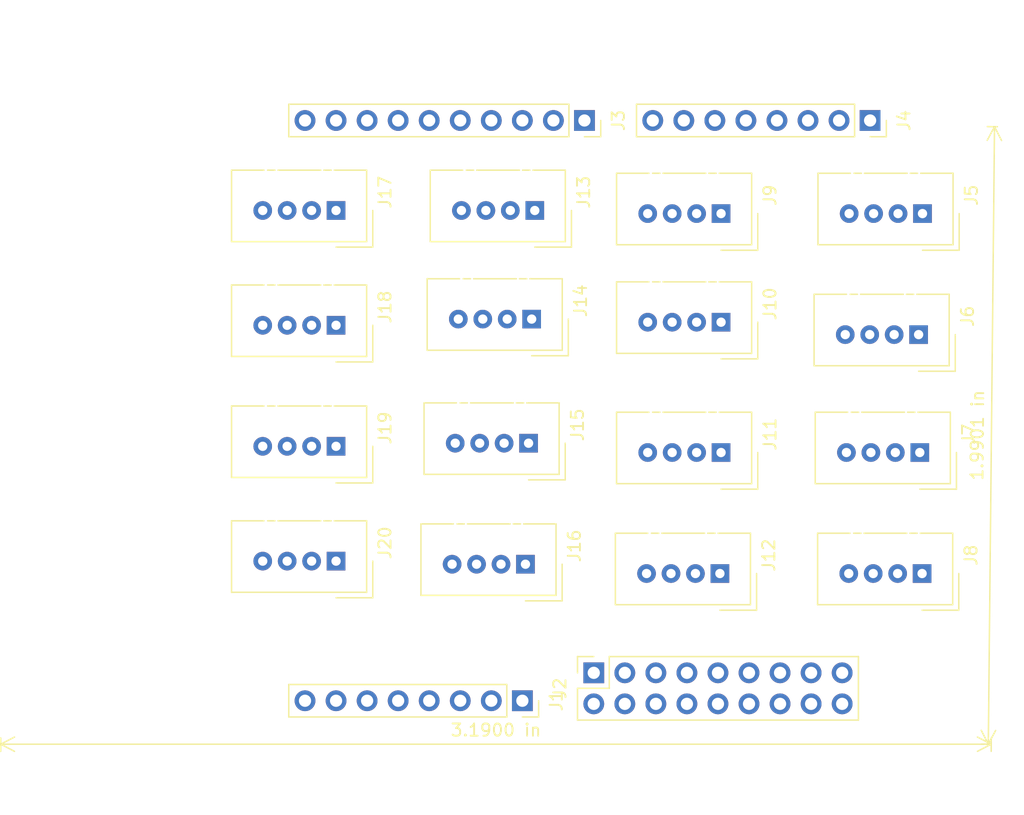
<source format=kicad_pcb>
(kicad_pcb (version 20171130) (host pcbnew "(5.1.4)-1")

  (general
    (thickness 1.6)
    (drawings 2)
    (tracks 0)
    (zones 0)
    (modules 20)
    (nets 41)
  )

  (page A4)
  (layers
    (0 F.Cu signal)
    (31 B.Cu signal)
    (32 B.Adhes user)
    (33 F.Adhes user)
    (34 B.Paste user)
    (35 F.Paste user)
    (36 B.SilkS user)
    (37 F.SilkS user)
    (38 B.Mask user)
    (39 F.Mask user)
    (40 Dwgs.User user)
    (41 Cmts.User user)
    (42 Eco1.User user)
    (43 Eco2.User user)
    (44 Edge.Cuts user)
    (45 Margin user)
    (46 B.CrtYd user)
    (47 F.CrtYd user)
    (48 B.Fab user)
    (49 F.Fab user)
  )

  (setup
    (last_trace_width 0.25)
    (trace_clearance 0.2)
    (zone_clearance 0.508)
    (zone_45_only no)
    (trace_min 0.2)
    (via_size 0.8)
    (via_drill 0.4)
    (via_min_size 0.4)
    (via_min_drill 0.3)
    (uvia_size 0.3)
    (uvia_drill 0.1)
    (uvias_allowed no)
    (uvia_min_size 0.2)
    (uvia_min_drill 0.1)
    (edge_width 0.05)
    (segment_width 0.2)
    (pcb_text_width 0.3)
    (pcb_text_size 1.5 1.5)
    (mod_edge_width 0.12)
    (mod_text_size 1 1)
    (mod_text_width 0.15)
    (pad_size 1.524 1.524)
    (pad_drill 0.762)
    (pad_to_mask_clearance 0.051)
    (solder_mask_min_width 0.25)
    (aux_axis_origin 0 0)
    (visible_elements 7FFFFFFF)
    (pcbplotparams
      (layerselection 0x010fc_ffffffff)
      (usegerberextensions false)
      (usegerberattributes false)
      (usegerberadvancedattributes false)
      (creategerberjobfile false)
      (excludeedgelayer true)
      (linewidth 0.100000)
      (plotframeref false)
      (viasonmask false)
      (mode 1)
      (useauxorigin false)
      (hpglpennumber 1)
      (hpglpenspeed 20)
      (hpglpendiameter 15.000000)
      (psnegative false)
      (psa4output false)
      (plotreference true)
      (plotvalue true)
      (plotinvisibletext false)
      (padsonsilk false)
      (subtractmaskfromsilk false)
      (outputformat 1)
      (mirror false)
      (drillshape 1)
      (scaleselection 1)
      (outputdirectory ""))
  )

  (net 0 "")
  (net 1 VIN)
  (net 2 GND)
  (net 3 V5.0)
  (net 4 V3.3)
  (net 5 RESET)
  (net 6 P4.VDD)
  (net 7 P1.1)
  (net 8 "Net-(J1-Pad8)")
  (net 9 A0)
  (net 10 P0.2)
  (net 11 A1)
  (net 12 P0.3)
  (net 13 A2)
  (net 14 A3)
  (net 15 P1.5)
  (net 16 A4)
  (net 17 P1.4)
  (net 18 A5)
  (net 19 P1.3)
  (net 20 P0.0)
  (net 21 P0.1)
  (net 22 P1.2)
  (net 23 P1.0)
  (net 24 D8)
  (net 25 D9)
  (net 26 D10)
  (net 27 D11)
  (net 28 D12)
  (net 29 D13)
  (net 30 AREF)
  (net 31 SDA)
  (net 32 SCL)
  (net 33 D0)
  (net 34 D1)
  (net 35 D2)
  (net 36 D3)
  (net 37 D4)
  (net 38 D5)
  (net 39 D6)
  (net 40 D7)

  (net_class Default "Esta es la clase de red por defecto."
    (clearance 0.2)
    (trace_width 0.25)
    (via_dia 0.8)
    (via_drill 0.4)
    (uvia_dia 0.3)
    (uvia_drill 0.1)
    (add_net A0)
    (add_net A1)
    (add_net A2)
    (add_net A3)
    (add_net A4)
    (add_net A5)
    (add_net AREF)
    (add_net D0)
    (add_net D1)
    (add_net D10)
    (add_net D11)
    (add_net D12)
    (add_net D13)
    (add_net D2)
    (add_net D3)
    (add_net D4)
    (add_net D5)
    (add_net D6)
    (add_net D7)
    (add_net D8)
    (add_net D9)
    (add_net GND)
    (add_net "Net-(J1-Pad8)")
    (add_net P0.0)
    (add_net P0.1)
    (add_net P0.2)
    (add_net P0.3)
    (add_net P1.0)
    (add_net P1.1)
    (add_net P1.2)
    (add_net P1.3)
    (add_net P1.4)
    (add_net P1.5)
    (add_net P4.VDD)
    (add_net RESET)
    (add_net SCL)
    (add_net SDA)
    (add_net V3.3)
    (add_net V5.0)
    (add_net VIN)
  )

  (module Connector_PinSocket_2.54mm:PinSocket_1x08_P2.54mm_Vertical (layer F.Cu) (tedit 5A19A420) (tstamp 5F1E5B73)
    (at 159.258 141.732 270)
    (descr "Through hole straight socket strip, 1x08, 2.54mm pitch, single row (from Kicad 4.0.7), script generated")
    (tags "Through hole socket strip THT 1x08 2.54mm single row")
    (path /5F1E3271)
    (fp_text reference J1 (at 0 -2.77 90) (layer F.SilkS)
      (effects (font (size 1 1) (thickness 0.15)))
    )
    (fp_text value Connector_Grove_J1_1X8 (at 0 20.55 90) (layer F.Fab)
      (effects (font (size 1 1) (thickness 0.15)))
    )
    (fp_text user %R (at 0 8.89) (layer F.Fab)
      (effects (font (size 1 1) (thickness 0.15)))
    )
    (fp_line (start -1.8 19.55) (end -1.8 -1.8) (layer F.CrtYd) (width 0.05))
    (fp_line (start 1.75 19.55) (end -1.8 19.55) (layer F.CrtYd) (width 0.05))
    (fp_line (start 1.75 -1.8) (end 1.75 19.55) (layer F.CrtYd) (width 0.05))
    (fp_line (start -1.8 -1.8) (end 1.75 -1.8) (layer F.CrtYd) (width 0.05))
    (fp_line (start 0 -1.33) (end 1.33 -1.33) (layer F.SilkS) (width 0.12))
    (fp_line (start 1.33 -1.33) (end 1.33 0) (layer F.SilkS) (width 0.12))
    (fp_line (start 1.33 1.27) (end 1.33 19.11) (layer F.SilkS) (width 0.12))
    (fp_line (start -1.33 19.11) (end 1.33 19.11) (layer F.SilkS) (width 0.12))
    (fp_line (start -1.33 1.27) (end -1.33 19.11) (layer F.SilkS) (width 0.12))
    (fp_line (start -1.33 1.27) (end 1.33 1.27) (layer F.SilkS) (width 0.12))
    (fp_line (start -1.27 19.05) (end -1.27 -1.27) (layer F.Fab) (width 0.1))
    (fp_line (start 1.27 19.05) (end -1.27 19.05) (layer F.Fab) (width 0.1))
    (fp_line (start 1.27 -0.635) (end 1.27 19.05) (layer F.Fab) (width 0.1))
    (fp_line (start 0.635 -1.27) (end 1.27 -0.635) (layer F.Fab) (width 0.1))
    (fp_line (start -1.27 -1.27) (end 0.635 -1.27) (layer F.Fab) (width 0.1))
    (pad 8 thru_hole oval (at 0 17.78 270) (size 1.7 1.7) (drill 1) (layers *.Cu *.Mask)
      (net 8 "Net-(J1-Pad8)"))
    (pad 7 thru_hole oval (at 0 15.24 270) (size 1.7 1.7) (drill 1) (layers *.Cu *.Mask)
      (net 6 P4.VDD))
    (pad 6 thru_hole oval (at 0 12.7 270) (size 1.7 1.7) (drill 1) (layers *.Cu *.Mask)
      (net 5 RESET))
    (pad 5 thru_hole oval (at 0 10.16 270) (size 1.7 1.7) (drill 1) (layers *.Cu *.Mask)
      (net 4 V3.3))
    (pad 4 thru_hole oval (at 0 7.62 270) (size 1.7 1.7) (drill 1) (layers *.Cu *.Mask)
      (net 3 V5.0))
    (pad 3 thru_hole oval (at 0 5.08 270) (size 1.7 1.7) (drill 1) (layers *.Cu *.Mask)
      (net 2 GND))
    (pad 2 thru_hole oval (at 0 2.54 270) (size 1.7 1.7) (drill 1) (layers *.Cu *.Mask)
      (net 2 GND))
    (pad 1 thru_hole rect (at 0 0 270) (size 1.7 1.7) (drill 1) (layers *.Cu *.Mask)
      (net 1 VIN))
    (model ${KISYS3DMOD}/Connector_PinSocket_2.54mm.3dshapes/PinSocket_1x08_P2.54mm_Vertical.wrl
      (at (xyz 0 0 0))
      (scale (xyz 1 1 1))
      (rotate (xyz 0 0 0))
    )
  )

  (module Connector_PinSocket_2.54mm:PinSocket_2x09_P2.54mm_Vertical (layer F.Cu) (tedit 5A19A41B) (tstamp 5F1E5B9B)
    (at 165.1 139.446 90)
    (descr "Through hole straight socket strip, 2x09, 2.54mm pitch, double cols (from Kicad 4.0.7), script generated")
    (tags "Through hole socket strip THT 2x09 2.54mm double row")
    (path /5F1E36D9)
    (fp_text reference J2 (at -1.27 -2.77 90) (layer F.SilkS)
      (effects (font (size 1 1) (thickness 0.15)))
    )
    (fp_text value Connector_Grove_J2_2X9 (at -1.27 23.09 90) (layer F.Fab)
      (effects (font (size 1 1) (thickness 0.15)))
    )
    (fp_line (start -3.81 -1.27) (end 0.27 -1.27) (layer F.Fab) (width 0.1))
    (fp_line (start 0.27 -1.27) (end 1.27 -0.27) (layer F.Fab) (width 0.1))
    (fp_line (start 1.27 -0.27) (end 1.27 21.59) (layer F.Fab) (width 0.1))
    (fp_line (start 1.27 21.59) (end -3.81 21.59) (layer F.Fab) (width 0.1))
    (fp_line (start -3.81 21.59) (end -3.81 -1.27) (layer F.Fab) (width 0.1))
    (fp_line (start -3.87 -1.33) (end -1.27 -1.33) (layer F.SilkS) (width 0.12))
    (fp_line (start -3.87 -1.33) (end -3.87 21.65) (layer F.SilkS) (width 0.12))
    (fp_line (start -3.87 21.65) (end 1.33 21.65) (layer F.SilkS) (width 0.12))
    (fp_line (start 1.33 1.27) (end 1.33 21.65) (layer F.SilkS) (width 0.12))
    (fp_line (start -1.27 1.27) (end 1.33 1.27) (layer F.SilkS) (width 0.12))
    (fp_line (start -1.27 -1.33) (end -1.27 1.27) (layer F.SilkS) (width 0.12))
    (fp_line (start 1.33 -1.33) (end 1.33 0) (layer F.SilkS) (width 0.12))
    (fp_line (start 0 -1.33) (end 1.33 -1.33) (layer F.SilkS) (width 0.12))
    (fp_line (start -4.34 -1.8) (end 1.76 -1.8) (layer F.CrtYd) (width 0.05))
    (fp_line (start 1.76 -1.8) (end 1.76 22.1) (layer F.CrtYd) (width 0.05))
    (fp_line (start 1.76 22.1) (end -4.34 22.1) (layer F.CrtYd) (width 0.05))
    (fp_line (start -4.34 22.1) (end -4.34 -1.8) (layer F.CrtYd) (width 0.05))
    (fp_text user %R (at -1.27 10.16) (layer F.Fab)
      (effects (font (size 1 1) (thickness 0.15)))
    )
    (pad 1 thru_hole rect (at 0 0 90) (size 1.7 1.7) (drill 1) (layers *.Cu *.Mask)
      (net 9 A0))
    (pad 2 thru_hole oval (at -2.54 0 90) (size 1.7 1.7) (drill 1) (layers *.Cu *.Mask)
      (net 10 P0.2))
    (pad 3 thru_hole oval (at 0 2.54 90) (size 1.7 1.7) (drill 1) (layers *.Cu *.Mask)
      (net 11 A1))
    (pad 4 thru_hole oval (at -2.54 2.54 90) (size 1.7 1.7) (drill 1) (layers *.Cu *.Mask)
      (net 12 P0.3))
    (pad 5 thru_hole oval (at 0 5.08 90) (size 1.7 1.7) (drill 1) (layers *.Cu *.Mask)
      (net 13 A2))
    (pad 6 thru_hole oval (at -2.54 5.08 90) (size 1.7 1.7) (drill 1) (layers *.Cu *.Mask)
      (net 6 P4.VDD))
    (pad 7 thru_hole oval (at 0 7.62 90) (size 1.7 1.7) (drill 1) (layers *.Cu *.Mask)
      (net 14 A3))
    (pad 8 thru_hole oval (at -2.54 7.62 90) (size 1.7 1.7) (drill 1) (layers *.Cu *.Mask)
      (net 15 P1.5))
    (pad 9 thru_hole oval (at 0 10.16 90) (size 1.7 1.7) (drill 1) (layers *.Cu *.Mask)
      (net 16 A4))
    (pad 10 thru_hole oval (at -2.54 10.16 90) (size 1.7 1.7) (drill 1) (layers *.Cu *.Mask)
      (net 17 P1.4))
    (pad 11 thru_hole oval (at 0 12.7 90) (size 1.7 1.7) (drill 1) (layers *.Cu *.Mask)
      (net 18 A5))
    (pad 12 thru_hole oval (at -2.54 12.7 90) (size 1.7 1.7) (drill 1) (layers *.Cu *.Mask)
      (net 19 P1.3))
    (pad 13 thru_hole oval (at 0 15.24 90) (size 1.7 1.7) (drill 1) (layers *.Cu *.Mask)
      (net 20 P0.0))
    (pad 14 thru_hole oval (at -2.54 15.24 90) (size 1.7 1.7) (drill 1) (layers *.Cu *.Mask)
      (net 2 GND))
    (pad 15 thru_hole oval (at 0 17.78 90) (size 1.7 1.7) (drill 1) (layers *.Cu *.Mask)
      (net 21 P0.1))
    (pad 16 thru_hole oval (at -2.54 17.78 90) (size 1.7 1.7) (drill 1) (layers *.Cu *.Mask)
      (net 22 P1.2))
    (pad 17 thru_hole oval (at 0 20.32 90) (size 1.7 1.7) (drill 1) (layers *.Cu *.Mask)
      (net 23 P1.0))
    (pad 18 thru_hole oval (at -2.54 20.32 90) (size 1.7 1.7) (drill 1) (layers *.Cu *.Mask)
      (net 7 P1.1))
    (model ${KISYS3DMOD}/Connector_PinSocket_2.54mm.3dshapes/PinSocket_2x09_P2.54mm_Vertical.wrl
      (at (xyz 0 0 0))
      (scale (xyz 1 1 1))
      (rotate (xyz 0 0 0))
    )
  )

  (module Connector_PinSocket_2.54mm:PinSocket_1x10_P2.54mm_Vertical (layer F.Cu) (tedit 5A19A425) (tstamp 5F1E5BB9)
    (at 164.338 94.234 270)
    (descr "Through hole straight socket strip, 1x10, 2.54mm pitch, single row (from Kicad 4.0.7), script generated")
    (tags "Through hole socket strip THT 1x10 2.54mm single row")
    (path /5F1E3FAA)
    (fp_text reference J3 (at 0 -2.77 90) (layer F.SilkS)
      (effects (font (size 1 1) (thickness 0.15)))
    )
    (fp_text value Connector_Grove_J3_1X10 (at 0 25.63 90) (layer F.Fab)
      (effects (font (size 1 1) (thickness 0.15)))
    )
    (fp_line (start -1.27 -1.27) (end 0.635 -1.27) (layer F.Fab) (width 0.1))
    (fp_line (start 0.635 -1.27) (end 1.27 -0.635) (layer F.Fab) (width 0.1))
    (fp_line (start 1.27 -0.635) (end 1.27 24.13) (layer F.Fab) (width 0.1))
    (fp_line (start 1.27 24.13) (end -1.27 24.13) (layer F.Fab) (width 0.1))
    (fp_line (start -1.27 24.13) (end -1.27 -1.27) (layer F.Fab) (width 0.1))
    (fp_line (start -1.33 1.27) (end 1.33 1.27) (layer F.SilkS) (width 0.12))
    (fp_line (start -1.33 1.27) (end -1.33 24.19) (layer F.SilkS) (width 0.12))
    (fp_line (start -1.33 24.19) (end 1.33 24.19) (layer F.SilkS) (width 0.12))
    (fp_line (start 1.33 1.27) (end 1.33 24.19) (layer F.SilkS) (width 0.12))
    (fp_line (start 1.33 -1.33) (end 1.33 0) (layer F.SilkS) (width 0.12))
    (fp_line (start 0 -1.33) (end 1.33 -1.33) (layer F.SilkS) (width 0.12))
    (fp_line (start -1.8 -1.8) (end 1.75 -1.8) (layer F.CrtYd) (width 0.05))
    (fp_line (start 1.75 -1.8) (end 1.75 24.6) (layer F.CrtYd) (width 0.05))
    (fp_line (start 1.75 24.6) (end -1.8 24.6) (layer F.CrtYd) (width 0.05))
    (fp_line (start -1.8 24.6) (end -1.8 -1.8) (layer F.CrtYd) (width 0.05))
    (fp_text user %R (at 0 11.43) (layer F.Fab)
      (effects (font (size 1 1) (thickness 0.15)))
    )
    (pad 1 thru_hole rect (at 0 0 270) (size 1.7 1.7) (drill 1) (layers *.Cu *.Mask)
      (net 24 D8))
    (pad 2 thru_hole oval (at 0 2.54 270) (size 1.7 1.7) (drill 1) (layers *.Cu *.Mask)
      (net 25 D9))
    (pad 3 thru_hole oval (at 0 5.08 270) (size 1.7 1.7) (drill 1) (layers *.Cu *.Mask)
      (net 26 D10))
    (pad 4 thru_hole oval (at 0 7.62 270) (size 1.7 1.7) (drill 1) (layers *.Cu *.Mask)
      (net 27 D11))
    (pad 5 thru_hole oval (at 0 10.16 270) (size 1.7 1.7) (drill 1) (layers *.Cu *.Mask)
      (net 28 D12))
    (pad 6 thru_hole oval (at 0 12.7 270) (size 1.7 1.7) (drill 1) (layers *.Cu *.Mask)
      (net 29 D13))
    (pad 7 thru_hole oval (at 0 15.24 270) (size 1.7 1.7) (drill 1) (layers *.Cu *.Mask)
      (net 2 GND))
    (pad 8 thru_hole oval (at 0 17.78 270) (size 1.7 1.7) (drill 1) (layers *.Cu *.Mask)
      (net 30 AREF))
    (pad 9 thru_hole oval (at 0 20.32 270) (size 1.7 1.7) (drill 1) (layers *.Cu *.Mask)
      (net 31 SDA))
    (pad 10 thru_hole oval (at 0 22.86 270) (size 1.7 1.7) (drill 1) (layers *.Cu *.Mask)
      (net 32 SCL))
    (model ${KISYS3DMOD}/Connector_PinSocket_2.54mm.3dshapes/PinSocket_1x10_P2.54mm_Vertical.wrl
      (at (xyz 0 0 0))
      (scale (xyz 1 1 1))
      (rotate (xyz 0 0 0))
    )
  )

  (module Connector_PinSocket_2.54mm:PinSocket_1x08_P2.54mm_Vertical (layer F.Cu) (tedit 5A19A420) (tstamp 5F1E5BD5)
    (at 187.706 94.234 270)
    (descr "Through hole straight socket strip, 1x08, 2.54mm pitch, single row (from Kicad 4.0.7), script generated")
    (tags "Through hole socket strip THT 1x08 2.54mm single row")
    (path /5F1E4A79)
    (fp_text reference J4 (at 0 -2.77 90) (layer F.SilkS)
      (effects (font (size 1 1) (thickness 0.15)))
    )
    (fp_text value Connector_Grove_J4_1X8 (at 0 20.55 90) (layer F.Fab)
      (effects (font (size 1 1) (thickness 0.15)))
    )
    (fp_line (start -1.27 -1.27) (end 0.635 -1.27) (layer F.Fab) (width 0.1))
    (fp_line (start 0.635 -1.27) (end 1.27 -0.635) (layer F.Fab) (width 0.1))
    (fp_line (start 1.27 -0.635) (end 1.27 19.05) (layer F.Fab) (width 0.1))
    (fp_line (start 1.27 19.05) (end -1.27 19.05) (layer F.Fab) (width 0.1))
    (fp_line (start -1.27 19.05) (end -1.27 -1.27) (layer F.Fab) (width 0.1))
    (fp_line (start -1.33 1.27) (end 1.33 1.27) (layer F.SilkS) (width 0.12))
    (fp_line (start -1.33 1.27) (end -1.33 19.11) (layer F.SilkS) (width 0.12))
    (fp_line (start -1.33 19.11) (end 1.33 19.11) (layer F.SilkS) (width 0.12))
    (fp_line (start 1.33 1.27) (end 1.33 19.11) (layer F.SilkS) (width 0.12))
    (fp_line (start 1.33 -1.33) (end 1.33 0) (layer F.SilkS) (width 0.12))
    (fp_line (start 0 -1.33) (end 1.33 -1.33) (layer F.SilkS) (width 0.12))
    (fp_line (start -1.8 -1.8) (end 1.75 -1.8) (layer F.CrtYd) (width 0.05))
    (fp_line (start 1.75 -1.8) (end 1.75 19.55) (layer F.CrtYd) (width 0.05))
    (fp_line (start 1.75 19.55) (end -1.8 19.55) (layer F.CrtYd) (width 0.05))
    (fp_line (start -1.8 19.55) (end -1.8 -1.8) (layer F.CrtYd) (width 0.05))
    (fp_text user %R (at 0 8.89) (layer F.Fab)
      (effects (font (size 1 1) (thickness 0.15)))
    )
    (pad 1 thru_hole rect (at 0 0 270) (size 1.7 1.7) (drill 1) (layers *.Cu *.Mask)
      (net 33 D0))
    (pad 2 thru_hole oval (at 0 2.54 270) (size 1.7 1.7) (drill 1) (layers *.Cu *.Mask)
      (net 34 D1))
    (pad 3 thru_hole oval (at 0 5.08 270) (size 1.7 1.7) (drill 1) (layers *.Cu *.Mask)
      (net 35 D2))
    (pad 4 thru_hole oval (at 0 7.62 270) (size 1.7 1.7) (drill 1) (layers *.Cu *.Mask)
      (net 36 D3))
    (pad 5 thru_hole oval (at 0 10.16 270) (size 1.7 1.7) (drill 1) (layers *.Cu *.Mask)
      (net 37 D4))
    (pad 6 thru_hole oval (at 0 12.7 270) (size 1.7 1.7) (drill 1) (layers *.Cu *.Mask)
      (net 38 D5))
    (pad 7 thru_hole oval (at 0 15.24 270) (size 1.7 1.7) (drill 1) (layers *.Cu *.Mask)
      (net 39 D6))
    (pad 8 thru_hole oval (at 0 17.78 270) (size 1.7 1.7) (drill 1) (layers *.Cu *.Mask)
      (net 40 D7))
    (model ${KISYS3DMOD}/Connector_PinSocket_2.54mm.3dshapes/PinSocket_1x08_P2.54mm_Vertical.wrl
      (at (xyz 0 0 0))
      (scale (xyz 1 1 1))
      (rotate (xyz 0 0 0))
    )
  )

  (module Connector:NS-Tech_Grove_1x04_P2mm_Vertical (layer F.Cu) (tedit 5A2A5779) (tstamp 5F1E5BF2)
    (at 191.992 101.854 270)
    (descr https://statics3.seeedstudio.com/images/opl/datasheet/3470130P1.pdf)
    (tags Grove-1x04)
    (path /5F24DD33)
    (fp_text reference J5 (at -1.5 -4 90) (layer F.SilkS)
      (effects (font (size 1 1) (thickness 0.15)))
    )
    (fp_text value CONECTOR_GROVE_D0 (at 4.19 2.83) (layer F.Fab)
      (effects (font (size 1 1) (thickness 0.15)))
    )
    (fp_line (start -2.9 8.1) (end -2.9 -2.1) (layer F.Fab) (width 0.1))
    (fp_line (start 2.2 8.1) (end -2.9 8.1) (layer F.Fab) (width 0.1))
    (fp_line (start 2.2 -2.1) (end 2.2 8.1) (layer F.Fab) (width 0.1))
    (fp_line (start -2.9 -2.1) (end 2.2 -2.1) (layer F.Fab) (width 0.1))
    (fp_line (start -3.3 5.9) (end -3.3 8.55) (layer F.SilkS) (width 0.12))
    (fp_line (start -3.3 -2.5) (end -3.3 0.15) (layer F.SilkS) (width 0.12))
    (fp_line (start -3.3 8.55) (end 2.55 8.55) (layer F.SilkS) (width 0.12))
    (fp_line (start -3.3 1.25) (end -3.3 4.75) (layer F.SilkS) (width 0.12))
    (fp_line (start -3.3 -2.5) (end 2.55 -2.5) (layer F.SilkS) (width 0.12))
    (fp_line (start 2.55 -2.5) (end 2.55 8.55) (layer F.SilkS) (width 0.12))
    (fp_line (start -3.3 0.4) (end -3.3 1) (layer F.SilkS) (width 0.12))
    (fp_line (start -3.3 5) (end -3.3 5.6) (layer F.SilkS) (width 0.12))
    (fp_line (start -3.45 -2.65) (end 2.7 -2.65) (layer F.CrtYd) (width 0.05))
    (fp_line (start 2.7 8.7) (end 2.7 -2.65) (layer F.CrtYd) (width 0.05))
    (fp_line (start -3.45 8.7) (end 2.7 8.7) (layer F.CrtYd) (width 0.05))
    (fp_line (start -3.45 -2.65) (end -3.45 8.7) (layer F.CrtYd) (width 0.05))
    (fp_line (start 0 -3) (end 3 -3) (layer F.SilkS) (width 0.12))
    (fp_line (start 3 -3) (end 3 0) (layer F.SilkS) (width 0.12))
    (fp_line (start 2.2 -1) (end 0.9 0) (layer F.Fab) (width 0.1))
    (fp_line (start 0.9 0) (end 2.2 1) (layer F.Fab) (width 0.1))
    (fp_text user %R (at -2 2) (layer F.Fab)
      (effects (font (size 1 1) (thickness 0.15)))
    )
    (pad 4 thru_hole circle (at 0 6 270) (size 1.524 1.524) (drill 0.762) (layers *.Cu *.Mask)
      (net 2 GND))
    (pad 3 thru_hole circle (at 0 4 270) (size 1.524 1.524) (drill 0.762) (layers *.Cu *.Mask)
      (net 1 VIN))
    (pad 2 thru_hole circle (at 0 2 270) (size 1.524 1.524) (drill 0.762) (layers *.Cu *.Mask)
      (net 34 D1))
    (pad 1 thru_hole rect (at 0 0 270) (size 1.524 1.524) (drill 0.762) (layers *.Cu *.Mask)
      (net 33 D0))
    (model ${KISYS3DMOD}/Connector.3dshapes/NS-Tech_Grove_1x04_P2mm_Vertical.wrl
      (at (xyz 0 0 0))
      (scale (xyz 0.3937 0.3937 0.3937))
      (rotate (xyz 0 0 -90))
    )
  )

  (module Connector:NS-Tech_Grove_1x04_P2mm_Vertical (layer F.Cu) (tedit 5A2A5779) (tstamp 5F1E5C0F)
    (at 191.674 111.76 270)
    (descr https://statics3.seeedstudio.com/images/opl/datasheet/3470130P1.pdf)
    (tags Grove-1x04)
    (path /5F24EE98)
    (fp_text reference J6 (at -1.5 -4 90) (layer F.SilkS)
      (effects (font (size 1 1) (thickness 0.15)))
    )
    (fp_text value CONECTOR_GROVE_D2 (at 4.19 2.83) (layer F.Fab)
      (effects (font (size 1 1) (thickness 0.15)))
    )
    (fp_text user %R (at -2 2) (layer F.Fab)
      (effects (font (size 1 1) (thickness 0.15)))
    )
    (fp_line (start 0.9 0) (end 2.2 1) (layer F.Fab) (width 0.1))
    (fp_line (start 2.2 -1) (end 0.9 0) (layer F.Fab) (width 0.1))
    (fp_line (start 3 -3) (end 3 0) (layer F.SilkS) (width 0.12))
    (fp_line (start 0 -3) (end 3 -3) (layer F.SilkS) (width 0.12))
    (fp_line (start -3.45 -2.65) (end -3.45 8.7) (layer F.CrtYd) (width 0.05))
    (fp_line (start -3.45 8.7) (end 2.7 8.7) (layer F.CrtYd) (width 0.05))
    (fp_line (start 2.7 8.7) (end 2.7 -2.65) (layer F.CrtYd) (width 0.05))
    (fp_line (start -3.45 -2.65) (end 2.7 -2.65) (layer F.CrtYd) (width 0.05))
    (fp_line (start -3.3 5) (end -3.3 5.6) (layer F.SilkS) (width 0.12))
    (fp_line (start -3.3 0.4) (end -3.3 1) (layer F.SilkS) (width 0.12))
    (fp_line (start 2.55 -2.5) (end 2.55 8.55) (layer F.SilkS) (width 0.12))
    (fp_line (start -3.3 -2.5) (end 2.55 -2.5) (layer F.SilkS) (width 0.12))
    (fp_line (start -3.3 1.25) (end -3.3 4.75) (layer F.SilkS) (width 0.12))
    (fp_line (start -3.3 8.55) (end 2.55 8.55) (layer F.SilkS) (width 0.12))
    (fp_line (start -3.3 -2.5) (end -3.3 0.15) (layer F.SilkS) (width 0.12))
    (fp_line (start -3.3 5.9) (end -3.3 8.55) (layer F.SilkS) (width 0.12))
    (fp_line (start -2.9 -2.1) (end 2.2 -2.1) (layer F.Fab) (width 0.1))
    (fp_line (start 2.2 -2.1) (end 2.2 8.1) (layer F.Fab) (width 0.1))
    (fp_line (start 2.2 8.1) (end -2.9 8.1) (layer F.Fab) (width 0.1))
    (fp_line (start -2.9 8.1) (end -2.9 -2.1) (layer F.Fab) (width 0.1))
    (pad 1 thru_hole rect (at 0 0 270) (size 1.524 1.524) (drill 0.762) (layers *.Cu *.Mask)
      (net 35 D2))
    (pad 2 thru_hole circle (at 0 2 270) (size 1.524 1.524) (drill 0.762) (layers *.Cu *.Mask)
      (net 36 D3))
    (pad 3 thru_hole circle (at 0 4 270) (size 1.524 1.524) (drill 0.762) (layers *.Cu *.Mask)
      (net 1 VIN))
    (pad 4 thru_hole circle (at 0 6 270) (size 1.524 1.524) (drill 0.762) (layers *.Cu *.Mask)
      (net 2 GND))
    (model ${KISYS3DMOD}/Connector.3dshapes/NS-Tech_Grove_1x04_P2mm_Vertical.wrl
      (at (xyz 0 0 0))
      (scale (xyz 0.3937 0.3937 0.3937))
      (rotate (xyz 0 0 -90))
    )
  )

  (module Connector:NS-Tech_Grove_1x04_P2mm_Vertical (layer F.Cu) (tedit 5A2A5779) (tstamp 5F1E5C2C)
    (at 191.77 121.412 270)
    (descr https://statics3.seeedstudio.com/images/opl/datasheet/3470130P1.pdf)
    (tags Grove-1x04)
    (path /5F24F8A7)
    (fp_text reference J7 (at -1.5 -4 90) (layer F.SilkS)
      (effects (font (size 1 1) (thickness 0.15)))
    )
    (fp_text value CONECTOR_GROVE_D3 (at 4.19 2.83) (layer F.Fab)
      (effects (font (size 1 1) (thickness 0.15)))
    )
    (fp_text user %R (at -2 2) (layer F.Fab)
      (effects (font (size 1 1) (thickness 0.15)))
    )
    (fp_line (start 0.9 0) (end 2.2 1) (layer F.Fab) (width 0.1))
    (fp_line (start 2.2 -1) (end 0.9 0) (layer F.Fab) (width 0.1))
    (fp_line (start 3 -3) (end 3 0) (layer F.SilkS) (width 0.12))
    (fp_line (start 0 -3) (end 3 -3) (layer F.SilkS) (width 0.12))
    (fp_line (start -3.45 -2.65) (end -3.45 8.7) (layer F.CrtYd) (width 0.05))
    (fp_line (start -3.45 8.7) (end 2.7 8.7) (layer F.CrtYd) (width 0.05))
    (fp_line (start 2.7 8.7) (end 2.7 -2.65) (layer F.CrtYd) (width 0.05))
    (fp_line (start -3.45 -2.65) (end 2.7 -2.65) (layer F.CrtYd) (width 0.05))
    (fp_line (start -3.3 5) (end -3.3 5.6) (layer F.SilkS) (width 0.12))
    (fp_line (start -3.3 0.4) (end -3.3 1) (layer F.SilkS) (width 0.12))
    (fp_line (start 2.55 -2.5) (end 2.55 8.55) (layer F.SilkS) (width 0.12))
    (fp_line (start -3.3 -2.5) (end 2.55 -2.5) (layer F.SilkS) (width 0.12))
    (fp_line (start -3.3 1.25) (end -3.3 4.75) (layer F.SilkS) (width 0.12))
    (fp_line (start -3.3 8.55) (end 2.55 8.55) (layer F.SilkS) (width 0.12))
    (fp_line (start -3.3 -2.5) (end -3.3 0.15) (layer F.SilkS) (width 0.12))
    (fp_line (start -3.3 5.9) (end -3.3 8.55) (layer F.SilkS) (width 0.12))
    (fp_line (start -2.9 -2.1) (end 2.2 -2.1) (layer F.Fab) (width 0.1))
    (fp_line (start 2.2 -2.1) (end 2.2 8.1) (layer F.Fab) (width 0.1))
    (fp_line (start 2.2 8.1) (end -2.9 8.1) (layer F.Fab) (width 0.1))
    (fp_line (start -2.9 8.1) (end -2.9 -2.1) (layer F.Fab) (width 0.1))
    (pad 1 thru_hole rect (at 0 0 270) (size 1.524 1.524) (drill 0.762) (layers *.Cu *.Mask)
      (net 36 D3))
    (pad 2 thru_hole circle (at 0 2 270) (size 1.524 1.524) (drill 0.762) (layers *.Cu *.Mask)
      (net 37 D4))
    (pad 3 thru_hole circle (at 0 4 270) (size 1.524 1.524) (drill 0.762) (layers *.Cu *.Mask)
      (net 1 VIN))
    (pad 4 thru_hole circle (at 0 6 270) (size 1.524 1.524) (drill 0.762) (layers *.Cu *.Mask)
      (net 2 GND))
    (model ${KISYS3DMOD}/Connector.3dshapes/NS-Tech_Grove_1x04_P2mm_Vertical.wrl
      (at (xyz 0 0 0))
      (scale (xyz 0.3937 0.3937 0.3937))
      (rotate (xyz 0 0 -90))
    )
  )

  (module Connector:NS-Tech_Grove_1x04_P2mm_Vertical (layer F.Cu) (tedit 5A2A5779) (tstamp 5F1E5C49)
    (at 191.96 131.318 270)
    (descr https://statics3.seeedstudio.com/images/opl/datasheet/3470130P1.pdf)
    (tags Grove-1x04)
    (path /5F24FD75)
    (fp_text reference J8 (at -1.5 -4 90) (layer F.SilkS)
      (effects (font (size 1 1) (thickness 0.15)))
    )
    (fp_text value CONECTOR_GROVE_D4 (at 4.19 2.83) (layer F.Fab)
      (effects (font (size 1 1) (thickness 0.15)))
    )
    (fp_line (start -2.9 8.1) (end -2.9 -2.1) (layer F.Fab) (width 0.1))
    (fp_line (start 2.2 8.1) (end -2.9 8.1) (layer F.Fab) (width 0.1))
    (fp_line (start 2.2 -2.1) (end 2.2 8.1) (layer F.Fab) (width 0.1))
    (fp_line (start -2.9 -2.1) (end 2.2 -2.1) (layer F.Fab) (width 0.1))
    (fp_line (start -3.3 5.9) (end -3.3 8.55) (layer F.SilkS) (width 0.12))
    (fp_line (start -3.3 -2.5) (end -3.3 0.15) (layer F.SilkS) (width 0.12))
    (fp_line (start -3.3 8.55) (end 2.55 8.55) (layer F.SilkS) (width 0.12))
    (fp_line (start -3.3 1.25) (end -3.3 4.75) (layer F.SilkS) (width 0.12))
    (fp_line (start -3.3 -2.5) (end 2.55 -2.5) (layer F.SilkS) (width 0.12))
    (fp_line (start 2.55 -2.5) (end 2.55 8.55) (layer F.SilkS) (width 0.12))
    (fp_line (start -3.3 0.4) (end -3.3 1) (layer F.SilkS) (width 0.12))
    (fp_line (start -3.3 5) (end -3.3 5.6) (layer F.SilkS) (width 0.12))
    (fp_line (start -3.45 -2.65) (end 2.7 -2.65) (layer F.CrtYd) (width 0.05))
    (fp_line (start 2.7 8.7) (end 2.7 -2.65) (layer F.CrtYd) (width 0.05))
    (fp_line (start -3.45 8.7) (end 2.7 8.7) (layer F.CrtYd) (width 0.05))
    (fp_line (start -3.45 -2.65) (end -3.45 8.7) (layer F.CrtYd) (width 0.05))
    (fp_line (start 0 -3) (end 3 -3) (layer F.SilkS) (width 0.12))
    (fp_line (start 3 -3) (end 3 0) (layer F.SilkS) (width 0.12))
    (fp_line (start 2.2 -1) (end 0.9 0) (layer F.Fab) (width 0.1))
    (fp_line (start 0.9 0) (end 2.2 1) (layer F.Fab) (width 0.1))
    (fp_text user %R (at -2 2) (layer F.Fab)
      (effects (font (size 1 1) (thickness 0.15)))
    )
    (pad 4 thru_hole circle (at 0 6 270) (size 1.524 1.524) (drill 0.762) (layers *.Cu *.Mask)
      (net 2 GND))
    (pad 3 thru_hole circle (at 0 4 270) (size 1.524 1.524) (drill 0.762) (layers *.Cu *.Mask)
      (net 1 VIN))
    (pad 2 thru_hole circle (at 0 2 270) (size 1.524 1.524) (drill 0.762) (layers *.Cu *.Mask)
      (net 38 D5))
    (pad 1 thru_hole rect (at 0 0 270) (size 1.524 1.524) (drill 0.762) (layers *.Cu *.Mask)
      (net 37 D4))
    (model ${KISYS3DMOD}/Connector.3dshapes/NS-Tech_Grove_1x04_P2mm_Vertical.wrl
      (at (xyz 0 0 0))
      (scale (xyz 0.3937 0.3937 0.3937))
      (rotate (xyz 0 0 -90))
    )
  )

  (module Connector:NS-Tech_Grove_1x04_P2mm_Vertical (layer F.Cu) (tedit 5A2A5779) (tstamp 5F1E5C66)
    (at 175.514 101.854 270)
    (descr https://statics3.seeedstudio.com/images/opl/datasheet/3470130P1.pdf)
    (tags Grove-1x04)
    (path /5F2521AA)
    (fp_text reference J9 (at -1.5 -4 90) (layer F.SilkS)
      (effects (font (size 1 1) (thickness 0.15)))
    )
    (fp_text value CONECTOR_GROVE_D5 (at 4.19 2.83) (layer F.Fab)
      (effects (font (size 1 1) (thickness 0.15)))
    )
    (fp_text user %R (at -2 2) (layer F.Fab)
      (effects (font (size 1 1) (thickness 0.15)))
    )
    (fp_line (start 0.9 0) (end 2.2 1) (layer F.Fab) (width 0.1))
    (fp_line (start 2.2 -1) (end 0.9 0) (layer F.Fab) (width 0.1))
    (fp_line (start 3 -3) (end 3 0) (layer F.SilkS) (width 0.12))
    (fp_line (start 0 -3) (end 3 -3) (layer F.SilkS) (width 0.12))
    (fp_line (start -3.45 -2.65) (end -3.45 8.7) (layer F.CrtYd) (width 0.05))
    (fp_line (start -3.45 8.7) (end 2.7 8.7) (layer F.CrtYd) (width 0.05))
    (fp_line (start 2.7 8.7) (end 2.7 -2.65) (layer F.CrtYd) (width 0.05))
    (fp_line (start -3.45 -2.65) (end 2.7 -2.65) (layer F.CrtYd) (width 0.05))
    (fp_line (start -3.3 5) (end -3.3 5.6) (layer F.SilkS) (width 0.12))
    (fp_line (start -3.3 0.4) (end -3.3 1) (layer F.SilkS) (width 0.12))
    (fp_line (start 2.55 -2.5) (end 2.55 8.55) (layer F.SilkS) (width 0.12))
    (fp_line (start -3.3 -2.5) (end 2.55 -2.5) (layer F.SilkS) (width 0.12))
    (fp_line (start -3.3 1.25) (end -3.3 4.75) (layer F.SilkS) (width 0.12))
    (fp_line (start -3.3 8.55) (end 2.55 8.55) (layer F.SilkS) (width 0.12))
    (fp_line (start -3.3 -2.5) (end -3.3 0.15) (layer F.SilkS) (width 0.12))
    (fp_line (start -3.3 5.9) (end -3.3 8.55) (layer F.SilkS) (width 0.12))
    (fp_line (start -2.9 -2.1) (end 2.2 -2.1) (layer F.Fab) (width 0.1))
    (fp_line (start 2.2 -2.1) (end 2.2 8.1) (layer F.Fab) (width 0.1))
    (fp_line (start 2.2 8.1) (end -2.9 8.1) (layer F.Fab) (width 0.1))
    (fp_line (start -2.9 8.1) (end -2.9 -2.1) (layer F.Fab) (width 0.1))
    (pad 1 thru_hole rect (at 0 0 270) (size 1.524 1.524) (drill 0.762) (layers *.Cu *.Mask)
      (net 38 D5))
    (pad 2 thru_hole circle (at 0 2 270) (size 1.524 1.524) (drill 0.762) (layers *.Cu *.Mask)
      (net 39 D6))
    (pad 3 thru_hole circle (at 0 4 270) (size 1.524 1.524) (drill 0.762) (layers *.Cu *.Mask)
      (net 1 VIN))
    (pad 4 thru_hole circle (at 0 6 270) (size 1.524 1.524) (drill 0.762) (layers *.Cu *.Mask)
      (net 2 GND))
    (model ${KISYS3DMOD}/Connector.3dshapes/NS-Tech_Grove_1x04_P2mm_Vertical.wrl
      (at (xyz 0 0 0))
      (scale (xyz 0.3937 0.3937 0.3937))
      (rotate (xyz 0 0 -90))
    )
  )

  (module Connector:NS-Tech_Grove_1x04_P2mm_Vertical (layer F.Cu) (tedit 5A2A5779) (tstamp 5F1E5C83)
    (at 175.514 110.744 270)
    (descr https://statics3.seeedstudio.com/images/opl/datasheet/3470130P1.pdf)
    (tags Grove-1x04)
    (path /5F252A55)
    (fp_text reference J10 (at -1.5 -4 90) (layer F.SilkS)
      (effects (font (size 1 1) (thickness 0.15)))
    )
    (fp_text value CONECTOR_GROVE_D6 (at 4.19 2.83) (layer F.Fab)
      (effects (font (size 1 1) (thickness 0.15)))
    )
    (fp_line (start -2.9 8.1) (end -2.9 -2.1) (layer F.Fab) (width 0.1))
    (fp_line (start 2.2 8.1) (end -2.9 8.1) (layer F.Fab) (width 0.1))
    (fp_line (start 2.2 -2.1) (end 2.2 8.1) (layer F.Fab) (width 0.1))
    (fp_line (start -2.9 -2.1) (end 2.2 -2.1) (layer F.Fab) (width 0.1))
    (fp_line (start -3.3 5.9) (end -3.3 8.55) (layer F.SilkS) (width 0.12))
    (fp_line (start -3.3 -2.5) (end -3.3 0.15) (layer F.SilkS) (width 0.12))
    (fp_line (start -3.3 8.55) (end 2.55 8.55) (layer F.SilkS) (width 0.12))
    (fp_line (start -3.3 1.25) (end -3.3 4.75) (layer F.SilkS) (width 0.12))
    (fp_line (start -3.3 -2.5) (end 2.55 -2.5) (layer F.SilkS) (width 0.12))
    (fp_line (start 2.55 -2.5) (end 2.55 8.55) (layer F.SilkS) (width 0.12))
    (fp_line (start -3.3 0.4) (end -3.3 1) (layer F.SilkS) (width 0.12))
    (fp_line (start -3.3 5) (end -3.3 5.6) (layer F.SilkS) (width 0.12))
    (fp_line (start -3.45 -2.65) (end 2.7 -2.65) (layer F.CrtYd) (width 0.05))
    (fp_line (start 2.7 8.7) (end 2.7 -2.65) (layer F.CrtYd) (width 0.05))
    (fp_line (start -3.45 8.7) (end 2.7 8.7) (layer F.CrtYd) (width 0.05))
    (fp_line (start -3.45 -2.65) (end -3.45 8.7) (layer F.CrtYd) (width 0.05))
    (fp_line (start 0 -3) (end 3 -3) (layer F.SilkS) (width 0.12))
    (fp_line (start 3 -3) (end 3 0) (layer F.SilkS) (width 0.12))
    (fp_line (start 2.2 -1) (end 0.9 0) (layer F.Fab) (width 0.1))
    (fp_line (start 0.9 0) (end 2.2 1) (layer F.Fab) (width 0.1))
    (fp_text user %R (at -2 2) (layer F.Fab)
      (effects (font (size 1 1) (thickness 0.15)))
    )
    (pad 4 thru_hole circle (at 0 6 270) (size 1.524 1.524) (drill 0.762) (layers *.Cu *.Mask)
      (net 2 GND))
    (pad 3 thru_hole circle (at 0 4 270) (size 1.524 1.524) (drill 0.762) (layers *.Cu *.Mask)
      (net 1 VIN))
    (pad 2 thru_hole circle (at 0 2 270) (size 1.524 1.524) (drill 0.762) (layers *.Cu *.Mask)
      (net 40 D7))
    (pad 1 thru_hole rect (at 0 0 270) (size 1.524 1.524) (drill 0.762) (layers *.Cu *.Mask)
      (net 39 D6))
    (model ${KISYS3DMOD}/Connector.3dshapes/NS-Tech_Grove_1x04_P2mm_Vertical.wrl
      (at (xyz 0 0 0))
      (scale (xyz 0.3937 0.3937 0.3937))
      (rotate (xyz 0 0 -90))
    )
  )

  (module Connector:NS-Tech_Grove_1x04_P2mm_Vertical (layer F.Cu) (tedit 5A2A5779) (tstamp 5F1E68C7)
    (at 175.514 121.412 270)
    (descr https://statics3.seeedstudio.com/images/opl/datasheet/3470130P1.pdf)
    (tags Grove-1x04)
    (path /5F2532BC)
    (fp_text reference J11 (at -1.5 -4 90) (layer F.SilkS)
      (effects (font (size 1 1) (thickness 0.15)))
    )
    (fp_text value CONECTOR_GROVE_D7 (at 4.19 2.83) (layer F.Fab)
      (effects (font (size 1 1) (thickness 0.15)))
    )
    (fp_text user %R (at -2 2) (layer F.Fab)
      (effects (font (size 1 1) (thickness 0.15)))
    )
    (fp_line (start 0.9 0) (end 2.2 1) (layer F.Fab) (width 0.1))
    (fp_line (start 2.2 -1) (end 0.9 0) (layer F.Fab) (width 0.1))
    (fp_line (start 3 -3) (end 3 0) (layer F.SilkS) (width 0.12))
    (fp_line (start 0 -3) (end 3 -3) (layer F.SilkS) (width 0.12))
    (fp_line (start -3.45 -2.65) (end -3.45 8.7) (layer F.CrtYd) (width 0.05))
    (fp_line (start -3.45 8.7) (end 2.7 8.7) (layer F.CrtYd) (width 0.05))
    (fp_line (start 2.7 8.7) (end 2.7 -2.65) (layer F.CrtYd) (width 0.05))
    (fp_line (start -3.45 -2.65) (end 2.7 -2.65) (layer F.CrtYd) (width 0.05))
    (fp_line (start -3.3 5) (end -3.3 5.6) (layer F.SilkS) (width 0.12))
    (fp_line (start -3.3 0.4) (end -3.3 1) (layer F.SilkS) (width 0.12))
    (fp_line (start 2.55 -2.5) (end 2.55 8.55) (layer F.SilkS) (width 0.12))
    (fp_line (start -3.3 -2.5) (end 2.55 -2.5) (layer F.SilkS) (width 0.12))
    (fp_line (start -3.3 1.25) (end -3.3 4.75) (layer F.SilkS) (width 0.12))
    (fp_line (start -3.3 8.55) (end 2.55 8.55) (layer F.SilkS) (width 0.12))
    (fp_line (start -3.3 -2.5) (end -3.3 0.15) (layer F.SilkS) (width 0.12))
    (fp_line (start -3.3 5.9) (end -3.3 8.55) (layer F.SilkS) (width 0.12))
    (fp_line (start -2.9 -2.1) (end 2.2 -2.1) (layer F.Fab) (width 0.1))
    (fp_line (start 2.2 -2.1) (end 2.2 8.1) (layer F.Fab) (width 0.1))
    (fp_line (start 2.2 8.1) (end -2.9 8.1) (layer F.Fab) (width 0.1))
    (fp_line (start -2.9 8.1) (end -2.9 -2.1) (layer F.Fab) (width 0.1))
    (pad 1 thru_hole rect (at 0 0 270) (size 1.524 1.524) (drill 0.762) (layers *.Cu *.Mask)
      (net 40 D7))
    (pad 2 thru_hole circle (at 0 2 270) (size 1.524 1.524) (drill 0.762) (layers *.Cu *.Mask)
      (net 24 D8))
    (pad 3 thru_hole circle (at 0 4 270) (size 1.524 1.524) (drill 0.762) (layers *.Cu *.Mask)
      (net 1 VIN))
    (pad 4 thru_hole circle (at 0 6 270) (size 1.524 1.524) (drill 0.762) (layers *.Cu *.Mask)
      (net 2 GND))
    (model ${KISYS3DMOD}/Connector.3dshapes/NS-Tech_Grove_1x04_P2mm_Vertical.wrl
      (at (xyz 0 0 0))
      (scale (xyz 0.3937 0.3937 0.3937))
      (rotate (xyz 0 0 -90))
    )
  )

  (module Connector:NS-Tech_Grove_1x04_P2mm_Vertical (layer F.Cu) (tedit 5A2A5779) (tstamp 5F1E5CBD)
    (at 175.418 131.318 270)
    (descr https://statics3.seeedstudio.com/images/opl/datasheet/3470130P1.pdf)
    (tags Grove-1x04)
    (path /5F253989)
    (fp_text reference J12 (at -1.5 -4 90) (layer F.SilkS)
      (effects (font (size 1 1) (thickness 0.15)))
    )
    (fp_text value CONECTOR_GROVE_D8 (at 4.19 2.83) (layer F.Fab)
      (effects (font (size 1 1) (thickness 0.15)))
    )
    (fp_line (start -2.9 8.1) (end -2.9 -2.1) (layer F.Fab) (width 0.1))
    (fp_line (start 2.2 8.1) (end -2.9 8.1) (layer F.Fab) (width 0.1))
    (fp_line (start 2.2 -2.1) (end 2.2 8.1) (layer F.Fab) (width 0.1))
    (fp_line (start -2.9 -2.1) (end 2.2 -2.1) (layer F.Fab) (width 0.1))
    (fp_line (start -3.3 5.9) (end -3.3 8.55) (layer F.SilkS) (width 0.12))
    (fp_line (start -3.3 -2.5) (end -3.3 0.15) (layer F.SilkS) (width 0.12))
    (fp_line (start -3.3 8.55) (end 2.55 8.55) (layer F.SilkS) (width 0.12))
    (fp_line (start -3.3 1.25) (end -3.3 4.75) (layer F.SilkS) (width 0.12))
    (fp_line (start -3.3 -2.5) (end 2.55 -2.5) (layer F.SilkS) (width 0.12))
    (fp_line (start 2.55 -2.5) (end 2.55 8.55) (layer F.SilkS) (width 0.12))
    (fp_line (start -3.3 0.4) (end -3.3 1) (layer F.SilkS) (width 0.12))
    (fp_line (start -3.3 5) (end -3.3 5.6) (layer F.SilkS) (width 0.12))
    (fp_line (start -3.45 -2.65) (end 2.7 -2.65) (layer F.CrtYd) (width 0.05))
    (fp_line (start 2.7 8.7) (end 2.7 -2.65) (layer F.CrtYd) (width 0.05))
    (fp_line (start -3.45 8.7) (end 2.7 8.7) (layer F.CrtYd) (width 0.05))
    (fp_line (start -3.45 -2.65) (end -3.45 8.7) (layer F.CrtYd) (width 0.05))
    (fp_line (start 0 -3) (end 3 -3) (layer F.SilkS) (width 0.12))
    (fp_line (start 3 -3) (end 3 0) (layer F.SilkS) (width 0.12))
    (fp_line (start 2.2 -1) (end 0.9 0) (layer F.Fab) (width 0.1))
    (fp_line (start 0.9 0) (end 2.2 1) (layer F.Fab) (width 0.1))
    (fp_text user %R (at -2 2) (layer F.Fab)
      (effects (font (size 1 1) (thickness 0.15)))
    )
    (pad 4 thru_hole circle (at 0 6 270) (size 1.524 1.524) (drill 0.762) (layers *.Cu *.Mask)
      (net 2 GND))
    (pad 3 thru_hole circle (at 0 4 270) (size 1.524 1.524) (drill 0.762) (layers *.Cu *.Mask)
      (net 1 VIN))
    (pad 2 thru_hole circle (at 0 2 270) (size 1.524 1.524) (drill 0.762) (layers *.Cu *.Mask)
      (net 25 D9))
    (pad 1 thru_hole rect (at 0 0 270) (size 1.524 1.524) (drill 0.762) (layers *.Cu *.Mask)
      (net 24 D8))
    (model ${KISYS3DMOD}/Connector.3dshapes/NS-Tech_Grove_1x04_P2mm_Vertical.wrl
      (at (xyz 0 0 0))
      (scale (xyz 0.3937 0.3937 0.3937))
      (rotate (xyz 0 0 -90))
    )
  )

  (module Connector:NS-Tech_Grove_1x04_P2mm_Vertical (layer F.Cu) (tedit 5A2A5779) (tstamp 5F1E5CDA)
    (at 160.274 101.6 270)
    (descr https://statics3.seeedstudio.com/images/opl/datasheet/3470130P1.pdf)
    (tags Grove-1x04)
    (path /5F24BC5D)
    (fp_text reference J13 (at -1.5 -4 90) (layer F.SilkS)
      (effects (font (size 1 1) (thickness 0.15)))
    )
    (fp_text value CONECTOR_GROVE_A0 (at 4.19 2.83) (layer F.Fab)
      (effects (font (size 1 1) (thickness 0.15)))
    )
    (fp_line (start -2.9 8.1) (end -2.9 -2.1) (layer F.Fab) (width 0.1))
    (fp_line (start 2.2 8.1) (end -2.9 8.1) (layer F.Fab) (width 0.1))
    (fp_line (start 2.2 -2.1) (end 2.2 8.1) (layer F.Fab) (width 0.1))
    (fp_line (start -2.9 -2.1) (end 2.2 -2.1) (layer F.Fab) (width 0.1))
    (fp_line (start -3.3 5.9) (end -3.3 8.55) (layer F.SilkS) (width 0.12))
    (fp_line (start -3.3 -2.5) (end -3.3 0.15) (layer F.SilkS) (width 0.12))
    (fp_line (start -3.3 8.55) (end 2.55 8.55) (layer F.SilkS) (width 0.12))
    (fp_line (start -3.3 1.25) (end -3.3 4.75) (layer F.SilkS) (width 0.12))
    (fp_line (start -3.3 -2.5) (end 2.55 -2.5) (layer F.SilkS) (width 0.12))
    (fp_line (start 2.55 -2.5) (end 2.55 8.55) (layer F.SilkS) (width 0.12))
    (fp_line (start -3.3 0.4) (end -3.3 1) (layer F.SilkS) (width 0.12))
    (fp_line (start -3.3 5) (end -3.3 5.6) (layer F.SilkS) (width 0.12))
    (fp_line (start -3.45 -2.65) (end 2.7 -2.65) (layer F.CrtYd) (width 0.05))
    (fp_line (start 2.7 8.7) (end 2.7 -2.65) (layer F.CrtYd) (width 0.05))
    (fp_line (start -3.45 8.7) (end 2.7 8.7) (layer F.CrtYd) (width 0.05))
    (fp_line (start -3.45 -2.65) (end -3.45 8.7) (layer F.CrtYd) (width 0.05))
    (fp_line (start 0 -3) (end 3 -3) (layer F.SilkS) (width 0.12))
    (fp_line (start 3 -3) (end 3 0) (layer F.SilkS) (width 0.12))
    (fp_line (start 2.2 -1) (end 0.9 0) (layer F.Fab) (width 0.1))
    (fp_line (start 0.9 0) (end 2.2 1) (layer F.Fab) (width 0.1))
    (fp_text user %R (at -2 2) (layer F.Fab)
      (effects (font (size 1 1) (thickness 0.15)))
    )
    (pad 4 thru_hole circle (at 0 6 270) (size 1.524 1.524) (drill 0.762) (layers *.Cu *.Mask)
      (net 2 GND))
    (pad 3 thru_hole circle (at 0 4 270) (size 1.524 1.524) (drill 0.762) (layers *.Cu *.Mask)
      (net 1 VIN))
    (pad 2 thru_hole circle (at 0 2 270) (size 1.524 1.524) (drill 0.762) (layers *.Cu *.Mask)
      (net 11 A1))
    (pad 1 thru_hole rect (at 0 0 270) (size 1.524 1.524) (drill 0.762) (layers *.Cu *.Mask)
      (net 9 A0))
    (model ${KISYS3DMOD}/Connector.3dshapes/NS-Tech_Grove_1x04_P2mm_Vertical.wrl
      (at (xyz 0 0 0))
      (scale (xyz 0.3937 0.3937 0.3937))
      (rotate (xyz 0 0 -90))
    )
  )

  (module Connector:NS-Tech_Grove_1x04_P2mm_Vertical (layer F.Cu) (tedit 5A2A5779) (tstamp 5F1E5CF7)
    (at 160.02 110.49 270)
    (descr https://statics3.seeedstudio.com/images/opl/datasheet/3470130P1.pdf)
    (tags Grove-1x04)
    (path /5F24C59A)
    (fp_text reference J14 (at -1.5 -4 90) (layer F.SilkS)
      (effects (font (size 1 1) (thickness 0.15)))
    )
    (fp_text value CONECTOR_GROVE_A1 (at 4.19 2.83) (layer F.Fab)
      (effects (font (size 1 1) (thickness 0.15)))
    )
    (fp_text user %R (at -2 2) (layer F.Fab)
      (effects (font (size 1 1) (thickness 0.15)))
    )
    (fp_line (start 0.9 0) (end 2.2 1) (layer F.Fab) (width 0.1))
    (fp_line (start 2.2 -1) (end 0.9 0) (layer F.Fab) (width 0.1))
    (fp_line (start 3 -3) (end 3 0) (layer F.SilkS) (width 0.12))
    (fp_line (start 0 -3) (end 3 -3) (layer F.SilkS) (width 0.12))
    (fp_line (start -3.45 -2.65) (end -3.45 8.7) (layer F.CrtYd) (width 0.05))
    (fp_line (start -3.45 8.7) (end 2.7 8.7) (layer F.CrtYd) (width 0.05))
    (fp_line (start 2.7 8.7) (end 2.7 -2.65) (layer F.CrtYd) (width 0.05))
    (fp_line (start -3.45 -2.65) (end 2.7 -2.65) (layer F.CrtYd) (width 0.05))
    (fp_line (start -3.3 5) (end -3.3 5.6) (layer F.SilkS) (width 0.12))
    (fp_line (start -3.3 0.4) (end -3.3 1) (layer F.SilkS) (width 0.12))
    (fp_line (start 2.55 -2.5) (end 2.55 8.55) (layer F.SilkS) (width 0.12))
    (fp_line (start -3.3 -2.5) (end 2.55 -2.5) (layer F.SilkS) (width 0.12))
    (fp_line (start -3.3 1.25) (end -3.3 4.75) (layer F.SilkS) (width 0.12))
    (fp_line (start -3.3 8.55) (end 2.55 8.55) (layer F.SilkS) (width 0.12))
    (fp_line (start -3.3 -2.5) (end -3.3 0.15) (layer F.SilkS) (width 0.12))
    (fp_line (start -3.3 5.9) (end -3.3 8.55) (layer F.SilkS) (width 0.12))
    (fp_line (start -2.9 -2.1) (end 2.2 -2.1) (layer F.Fab) (width 0.1))
    (fp_line (start 2.2 -2.1) (end 2.2 8.1) (layer F.Fab) (width 0.1))
    (fp_line (start 2.2 8.1) (end -2.9 8.1) (layer F.Fab) (width 0.1))
    (fp_line (start -2.9 8.1) (end -2.9 -2.1) (layer F.Fab) (width 0.1))
    (pad 1 thru_hole rect (at 0 0 270) (size 1.524 1.524) (drill 0.762) (layers *.Cu *.Mask)
      (net 11 A1))
    (pad 2 thru_hole circle (at 0 2 270) (size 1.524 1.524) (drill 0.762) (layers *.Cu *.Mask)
      (net 13 A2))
    (pad 3 thru_hole circle (at 0 4 270) (size 1.524 1.524) (drill 0.762) (layers *.Cu *.Mask)
      (net 1 VIN))
    (pad 4 thru_hole circle (at 0 6 270) (size 1.524 1.524) (drill 0.762) (layers *.Cu *.Mask)
      (net 2 GND))
    (model ${KISYS3DMOD}/Connector.3dshapes/NS-Tech_Grove_1x04_P2mm_Vertical.wrl
      (at (xyz 0 0 0))
      (scale (xyz 0.3937 0.3937 0.3937))
      (rotate (xyz 0 0 -90))
    )
  )

  (module Connector:NS-Tech_Grove_1x04_P2mm_Vertical (layer F.Cu) (tedit 5A2A5779) (tstamp 5F1E5D14)
    (at 159.766 120.65 270)
    (descr https://statics3.seeedstudio.com/images/opl/datasheet/3470130P1.pdf)
    (tags Grove-1x04)
    (path /5F24CFA4)
    (fp_text reference J15 (at -1.5 -4 90) (layer F.SilkS)
      (effects (font (size 1 1) (thickness 0.15)))
    )
    (fp_text value CONECTOR_GROVE_A2 (at 4.19 2.83) (layer F.Fab)
      (effects (font (size 1 1) (thickness 0.15)))
    )
    (fp_line (start -2.9 8.1) (end -2.9 -2.1) (layer F.Fab) (width 0.1))
    (fp_line (start 2.2 8.1) (end -2.9 8.1) (layer F.Fab) (width 0.1))
    (fp_line (start 2.2 -2.1) (end 2.2 8.1) (layer F.Fab) (width 0.1))
    (fp_line (start -2.9 -2.1) (end 2.2 -2.1) (layer F.Fab) (width 0.1))
    (fp_line (start -3.3 5.9) (end -3.3 8.55) (layer F.SilkS) (width 0.12))
    (fp_line (start -3.3 -2.5) (end -3.3 0.15) (layer F.SilkS) (width 0.12))
    (fp_line (start -3.3 8.55) (end 2.55 8.55) (layer F.SilkS) (width 0.12))
    (fp_line (start -3.3 1.25) (end -3.3 4.75) (layer F.SilkS) (width 0.12))
    (fp_line (start -3.3 -2.5) (end 2.55 -2.5) (layer F.SilkS) (width 0.12))
    (fp_line (start 2.55 -2.5) (end 2.55 8.55) (layer F.SilkS) (width 0.12))
    (fp_line (start -3.3 0.4) (end -3.3 1) (layer F.SilkS) (width 0.12))
    (fp_line (start -3.3 5) (end -3.3 5.6) (layer F.SilkS) (width 0.12))
    (fp_line (start -3.45 -2.65) (end 2.7 -2.65) (layer F.CrtYd) (width 0.05))
    (fp_line (start 2.7 8.7) (end 2.7 -2.65) (layer F.CrtYd) (width 0.05))
    (fp_line (start -3.45 8.7) (end 2.7 8.7) (layer F.CrtYd) (width 0.05))
    (fp_line (start -3.45 -2.65) (end -3.45 8.7) (layer F.CrtYd) (width 0.05))
    (fp_line (start 0 -3) (end 3 -3) (layer F.SilkS) (width 0.12))
    (fp_line (start 3 -3) (end 3 0) (layer F.SilkS) (width 0.12))
    (fp_line (start 2.2 -1) (end 0.9 0) (layer F.Fab) (width 0.1))
    (fp_line (start 0.9 0) (end 2.2 1) (layer F.Fab) (width 0.1))
    (fp_text user %R (at -2 2) (layer F.Fab)
      (effects (font (size 1 1) (thickness 0.15)))
    )
    (pad 4 thru_hole circle (at 0 6 270) (size 1.524 1.524) (drill 0.762) (layers *.Cu *.Mask)
      (net 2 GND))
    (pad 3 thru_hole circle (at 0 4 270) (size 1.524 1.524) (drill 0.762) (layers *.Cu *.Mask)
      (net 1 VIN))
    (pad 2 thru_hole circle (at 0 2 270) (size 1.524 1.524) (drill 0.762) (layers *.Cu *.Mask)
      (net 14 A3))
    (pad 1 thru_hole rect (at 0 0 270) (size 1.524 1.524) (drill 0.762) (layers *.Cu *.Mask)
      (net 13 A2))
    (model ${KISYS3DMOD}/Connector.3dshapes/NS-Tech_Grove_1x04_P2mm_Vertical.wrl
      (at (xyz 0 0 0))
      (scale (xyz 0.3937 0.3937 0.3937))
      (rotate (xyz 0 0 -90))
    )
  )

  (module Connector:NS-Tech_Grove_1x04_P2mm_Vertical (layer F.Cu) (tedit 5A2A5779) (tstamp 5F1E5D31)
    (at 159.512 130.556 270)
    (descr https://statics3.seeedstudio.com/images/opl/datasheet/3470130P1.pdf)
    (tags Grove-1x04)
    (path /5F24D68A)
    (fp_text reference J16 (at -1.5 -4 90) (layer F.SilkS)
      (effects (font (size 1 1) (thickness 0.15)))
    )
    (fp_text value CONECTOR_GROVE_A3 (at 4.19 2.83) (layer F.Fab)
      (effects (font (size 1 1) (thickness 0.15)))
    )
    (fp_text user %R (at -2 2) (layer F.Fab)
      (effects (font (size 1 1) (thickness 0.15)))
    )
    (fp_line (start 0.9 0) (end 2.2 1) (layer F.Fab) (width 0.1))
    (fp_line (start 2.2 -1) (end 0.9 0) (layer F.Fab) (width 0.1))
    (fp_line (start 3 -3) (end 3 0) (layer F.SilkS) (width 0.12))
    (fp_line (start 0 -3) (end 3 -3) (layer F.SilkS) (width 0.12))
    (fp_line (start -3.45 -2.65) (end -3.45 8.7) (layer F.CrtYd) (width 0.05))
    (fp_line (start -3.45 8.7) (end 2.7 8.7) (layer F.CrtYd) (width 0.05))
    (fp_line (start 2.7 8.7) (end 2.7 -2.65) (layer F.CrtYd) (width 0.05))
    (fp_line (start -3.45 -2.65) (end 2.7 -2.65) (layer F.CrtYd) (width 0.05))
    (fp_line (start -3.3 5) (end -3.3 5.6) (layer F.SilkS) (width 0.12))
    (fp_line (start -3.3 0.4) (end -3.3 1) (layer F.SilkS) (width 0.12))
    (fp_line (start 2.55 -2.5) (end 2.55 8.55) (layer F.SilkS) (width 0.12))
    (fp_line (start -3.3 -2.5) (end 2.55 -2.5) (layer F.SilkS) (width 0.12))
    (fp_line (start -3.3 1.25) (end -3.3 4.75) (layer F.SilkS) (width 0.12))
    (fp_line (start -3.3 8.55) (end 2.55 8.55) (layer F.SilkS) (width 0.12))
    (fp_line (start -3.3 -2.5) (end -3.3 0.15) (layer F.SilkS) (width 0.12))
    (fp_line (start -3.3 5.9) (end -3.3 8.55) (layer F.SilkS) (width 0.12))
    (fp_line (start -2.9 -2.1) (end 2.2 -2.1) (layer F.Fab) (width 0.1))
    (fp_line (start 2.2 -2.1) (end 2.2 8.1) (layer F.Fab) (width 0.1))
    (fp_line (start 2.2 8.1) (end -2.9 8.1) (layer F.Fab) (width 0.1))
    (fp_line (start -2.9 8.1) (end -2.9 -2.1) (layer F.Fab) (width 0.1))
    (pad 1 thru_hole rect (at 0 0 270) (size 1.524 1.524) (drill 0.762) (layers *.Cu *.Mask)
      (net 14 A3))
    (pad 2 thru_hole circle (at 0 2 270) (size 1.524 1.524) (drill 0.762) (layers *.Cu *.Mask)
      (net 16 A4))
    (pad 3 thru_hole circle (at 0 4 270) (size 1.524 1.524) (drill 0.762) (layers *.Cu *.Mask)
      (net 1 VIN))
    (pad 4 thru_hole circle (at 0 6 270) (size 1.524 1.524) (drill 0.762) (layers *.Cu *.Mask)
      (net 2 GND))
    (model ${KISYS3DMOD}/Connector.3dshapes/NS-Tech_Grove_1x04_P2mm_Vertical.wrl
      (at (xyz 0 0 0))
      (scale (xyz 0.3937 0.3937 0.3937))
      (rotate (xyz 0 0 -90))
    )
  )

  (module Connector:NS-Tech_Grove_1x04_P2mm_Vertical (layer F.Cu) (tedit 5A2A5779) (tstamp 5F1E5D4E)
    (at 144.018 101.6 270)
    (descr https://statics3.seeedstudio.com/images/opl/datasheet/3470130P1.pdf)
    (tags Grove-1x04)
    (path /5F254148)
    (fp_text reference J17 (at -1.5 -4 90) (layer F.SilkS)
      (effects (font (size 1 1) (thickness 0.15)))
    )
    (fp_text value CONECTOR_GROVE_I2C (at 4.19 2.83) (layer F.Fab)
      (effects (font (size 1 1) (thickness 0.15)))
    )
    (fp_text user %R (at -2 2) (layer F.Fab)
      (effects (font (size 1 1) (thickness 0.15)))
    )
    (fp_line (start 0.9 0) (end 2.2 1) (layer F.Fab) (width 0.1))
    (fp_line (start 2.2 -1) (end 0.9 0) (layer F.Fab) (width 0.1))
    (fp_line (start 3 -3) (end 3 0) (layer F.SilkS) (width 0.12))
    (fp_line (start 0 -3) (end 3 -3) (layer F.SilkS) (width 0.12))
    (fp_line (start -3.45 -2.65) (end -3.45 8.7) (layer F.CrtYd) (width 0.05))
    (fp_line (start -3.45 8.7) (end 2.7 8.7) (layer F.CrtYd) (width 0.05))
    (fp_line (start 2.7 8.7) (end 2.7 -2.65) (layer F.CrtYd) (width 0.05))
    (fp_line (start -3.45 -2.65) (end 2.7 -2.65) (layer F.CrtYd) (width 0.05))
    (fp_line (start -3.3 5) (end -3.3 5.6) (layer F.SilkS) (width 0.12))
    (fp_line (start -3.3 0.4) (end -3.3 1) (layer F.SilkS) (width 0.12))
    (fp_line (start 2.55 -2.5) (end 2.55 8.55) (layer F.SilkS) (width 0.12))
    (fp_line (start -3.3 -2.5) (end 2.55 -2.5) (layer F.SilkS) (width 0.12))
    (fp_line (start -3.3 1.25) (end -3.3 4.75) (layer F.SilkS) (width 0.12))
    (fp_line (start -3.3 8.55) (end 2.55 8.55) (layer F.SilkS) (width 0.12))
    (fp_line (start -3.3 -2.5) (end -3.3 0.15) (layer F.SilkS) (width 0.12))
    (fp_line (start -3.3 5.9) (end -3.3 8.55) (layer F.SilkS) (width 0.12))
    (fp_line (start -2.9 -2.1) (end 2.2 -2.1) (layer F.Fab) (width 0.1))
    (fp_line (start 2.2 -2.1) (end 2.2 8.1) (layer F.Fab) (width 0.1))
    (fp_line (start 2.2 8.1) (end -2.9 8.1) (layer F.Fab) (width 0.1))
    (fp_line (start -2.9 8.1) (end -2.9 -2.1) (layer F.Fab) (width 0.1))
    (pad 1 thru_hole rect (at 0 0 270) (size 1.524 1.524) (drill 0.762) (layers *.Cu *.Mask)
      (net 32 SCL))
    (pad 2 thru_hole circle (at 0 2 270) (size 1.524 1.524) (drill 0.762) (layers *.Cu *.Mask)
      (net 31 SDA))
    (pad 3 thru_hole circle (at 0 4 270) (size 1.524 1.524) (drill 0.762) (layers *.Cu *.Mask)
      (net 3 V5.0))
    (pad 4 thru_hole circle (at 0 6 270) (size 1.524 1.524) (drill 0.762) (layers *.Cu *.Mask)
      (net 2 GND))
    (model ${KISYS3DMOD}/Connector.3dshapes/NS-Tech_Grove_1x04_P2mm_Vertical.wrl
      (at (xyz 0 0 0))
      (scale (xyz 0.3937 0.3937 0.3937))
      (rotate (xyz 0 0 -90))
    )
  )

  (module Connector:NS-Tech_Grove_1x04_P2mm_Vertical (layer F.Cu) (tedit 5A2A5779) (tstamp 5F1E5D6B)
    (at 144.018 110.998 270)
    (descr https://statics3.seeedstudio.com/images/opl/datasheet/3470130P1.pdf)
    (tags Grove-1x04)
    (path /5F254890)
    (fp_text reference J18 (at -1.5 -4 90) (layer F.SilkS)
      (effects (font (size 1 1) (thickness 0.15)))
    )
    (fp_text value CONECTOR_GROVE_I2C (at 4.19 2.83) (layer F.Fab)
      (effects (font (size 1 1) (thickness 0.15)))
    )
    (fp_line (start -2.9 8.1) (end -2.9 -2.1) (layer F.Fab) (width 0.1))
    (fp_line (start 2.2 8.1) (end -2.9 8.1) (layer F.Fab) (width 0.1))
    (fp_line (start 2.2 -2.1) (end 2.2 8.1) (layer F.Fab) (width 0.1))
    (fp_line (start -2.9 -2.1) (end 2.2 -2.1) (layer F.Fab) (width 0.1))
    (fp_line (start -3.3 5.9) (end -3.3 8.55) (layer F.SilkS) (width 0.12))
    (fp_line (start -3.3 -2.5) (end -3.3 0.15) (layer F.SilkS) (width 0.12))
    (fp_line (start -3.3 8.55) (end 2.55 8.55) (layer F.SilkS) (width 0.12))
    (fp_line (start -3.3 1.25) (end -3.3 4.75) (layer F.SilkS) (width 0.12))
    (fp_line (start -3.3 -2.5) (end 2.55 -2.5) (layer F.SilkS) (width 0.12))
    (fp_line (start 2.55 -2.5) (end 2.55 8.55) (layer F.SilkS) (width 0.12))
    (fp_line (start -3.3 0.4) (end -3.3 1) (layer F.SilkS) (width 0.12))
    (fp_line (start -3.3 5) (end -3.3 5.6) (layer F.SilkS) (width 0.12))
    (fp_line (start -3.45 -2.65) (end 2.7 -2.65) (layer F.CrtYd) (width 0.05))
    (fp_line (start 2.7 8.7) (end 2.7 -2.65) (layer F.CrtYd) (width 0.05))
    (fp_line (start -3.45 8.7) (end 2.7 8.7) (layer F.CrtYd) (width 0.05))
    (fp_line (start -3.45 -2.65) (end -3.45 8.7) (layer F.CrtYd) (width 0.05))
    (fp_line (start 0 -3) (end 3 -3) (layer F.SilkS) (width 0.12))
    (fp_line (start 3 -3) (end 3 0) (layer F.SilkS) (width 0.12))
    (fp_line (start 2.2 -1) (end 0.9 0) (layer F.Fab) (width 0.1))
    (fp_line (start 0.9 0) (end 2.2 1) (layer F.Fab) (width 0.1))
    (fp_text user %R (at -2 2) (layer F.Fab)
      (effects (font (size 1 1) (thickness 0.15)))
    )
    (pad 4 thru_hole circle (at 0 6 270) (size 1.524 1.524) (drill 0.762) (layers *.Cu *.Mask)
      (net 2 GND))
    (pad 3 thru_hole circle (at 0 4 270) (size 1.524 1.524) (drill 0.762) (layers *.Cu *.Mask)
      (net 3 V5.0))
    (pad 2 thru_hole circle (at 0 2 270) (size 1.524 1.524) (drill 0.762) (layers *.Cu *.Mask)
      (net 31 SDA))
    (pad 1 thru_hole rect (at 0 0 270) (size 1.524 1.524) (drill 0.762) (layers *.Cu *.Mask)
      (net 32 SCL))
    (model ${KISYS3DMOD}/Connector.3dshapes/NS-Tech_Grove_1x04_P2mm_Vertical.wrl
      (at (xyz 0 0 0))
      (scale (xyz 0.3937 0.3937 0.3937))
      (rotate (xyz 0 0 -90))
    )
  )

  (module Connector:NS-Tech_Grove_1x04_P2mm_Vertical (layer F.Cu) (tedit 5A2A5779) (tstamp 5F1E5D88)
    (at 144.018 120.904 270)
    (descr https://statics3.seeedstudio.com/images/opl/datasheet/3470130P1.pdf)
    (tags Grove-1x04)
    (path /5F255030)
    (fp_text reference J19 (at -1.5 -4 90) (layer F.SilkS)
      (effects (font (size 1 1) (thickness 0.15)))
    )
    (fp_text value CONECTOR_GROVE_I2C (at 4.19 2.83) (layer F.Fab)
      (effects (font (size 1 1) (thickness 0.15)))
    )
    (fp_text user %R (at -2 2) (layer F.Fab)
      (effects (font (size 1 1) (thickness 0.15)))
    )
    (fp_line (start 0.9 0) (end 2.2 1) (layer F.Fab) (width 0.1))
    (fp_line (start 2.2 -1) (end 0.9 0) (layer F.Fab) (width 0.1))
    (fp_line (start 3 -3) (end 3 0) (layer F.SilkS) (width 0.12))
    (fp_line (start 0 -3) (end 3 -3) (layer F.SilkS) (width 0.12))
    (fp_line (start -3.45 -2.65) (end -3.45 8.7) (layer F.CrtYd) (width 0.05))
    (fp_line (start -3.45 8.7) (end 2.7 8.7) (layer F.CrtYd) (width 0.05))
    (fp_line (start 2.7 8.7) (end 2.7 -2.65) (layer F.CrtYd) (width 0.05))
    (fp_line (start -3.45 -2.65) (end 2.7 -2.65) (layer F.CrtYd) (width 0.05))
    (fp_line (start -3.3 5) (end -3.3 5.6) (layer F.SilkS) (width 0.12))
    (fp_line (start -3.3 0.4) (end -3.3 1) (layer F.SilkS) (width 0.12))
    (fp_line (start 2.55 -2.5) (end 2.55 8.55) (layer F.SilkS) (width 0.12))
    (fp_line (start -3.3 -2.5) (end 2.55 -2.5) (layer F.SilkS) (width 0.12))
    (fp_line (start -3.3 1.25) (end -3.3 4.75) (layer F.SilkS) (width 0.12))
    (fp_line (start -3.3 8.55) (end 2.55 8.55) (layer F.SilkS) (width 0.12))
    (fp_line (start -3.3 -2.5) (end -3.3 0.15) (layer F.SilkS) (width 0.12))
    (fp_line (start -3.3 5.9) (end -3.3 8.55) (layer F.SilkS) (width 0.12))
    (fp_line (start -2.9 -2.1) (end 2.2 -2.1) (layer F.Fab) (width 0.1))
    (fp_line (start 2.2 -2.1) (end 2.2 8.1) (layer F.Fab) (width 0.1))
    (fp_line (start 2.2 8.1) (end -2.9 8.1) (layer F.Fab) (width 0.1))
    (fp_line (start -2.9 8.1) (end -2.9 -2.1) (layer F.Fab) (width 0.1))
    (pad 1 thru_hole rect (at 0 0 270) (size 1.524 1.524) (drill 0.762) (layers *.Cu *.Mask)
      (net 32 SCL))
    (pad 2 thru_hole circle (at 0 2 270) (size 1.524 1.524) (drill 0.762) (layers *.Cu *.Mask)
      (net 31 SDA))
    (pad 3 thru_hole circle (at 0 4 270) (size 1.524 1.524) (drill 0.762) (layers *.Cu *.Mask)
      (net 3 V5.0))
    (pad 4 thru_hole circle (at 0 6 270) (size 1.524 1.524) (drill 0.762) (layers *.Cu *.Mask)
      (net 2 GND))
    (model ${KISYS3DMOD}/Connector.3dshapes/NS-Tech_Grove_1x04_P2mm_Vertical.wrl
      (at (xyz 0 0 0))
      (scale (xyz 0.3937 0.3937 0.3937))
      (rotate (xyz 0 0 -90))
    )
  )

  (module Connector:NS-Tech_Grove_1x04_P2mm_Vertical (layer F.Cu) (tedit 5A2A5779) (tstamp 5F1E5DA5)
    (at 144.018 130.302 270)
    (descr https://statics3.seeedstudio.com/images/opl/datasheet/3470130P1.pdf)
    (tags Grove-1x04)
    (path /5F25550A)
    (fp_text reference J20 (at -1.5 -4 90) (layer F.SilkS)
      (effects (font (size 1 1) (thickness 0.15)))
    )
    (fp_text value CONECTOR_GROVE_I2C (at 4.19 2.83) (layer F.Fab)
      (effects (font (size 1 1) (thickness 0.15)))
    )
    (fp_line (start -2.9 8.1) (end -2.9 -2.1) (layer F.Fab) (width 0.1))
    (fp_line (start 2.2 8.1) (end -2.9 8.1) (layer F.Fab) (width 0.1))
    (fp_line (start 2.2 -2.1) (end 2.2 8.1) (layer F.Fab) (width 0.1))
    (fp_line (start -2.9 -2.1) (end 2.2 -2.1) (layer F.Fab) (width 0.1))
    (fp_line (start -3.3 5.9) (end -3.3 8.55) (layer F.SilkS) (width 0.12))
    (fp_line (start -3.3 -2.5) (end -3.3 0.15) (layer F.SilkS) (width 0.12))
    (fp_line (start -3.3 8.55) (end 2.55 8.55) (layer F.SilkS) (width 0.12))
    (fp_line (start -3.3 1.25) (end -3.3 4.75) (layer F.SilkS) (width 0.12))
    (fp_line (start -3.3 -2.5) (end 2.55 -2.5) (layer F.SilkS) (width 0.12))
    (fp_line (start 2.55 -2.5) (end 2.55 8.55) (layer F.SilkS) (width 0.12))
    (fp_line (start -3.3 0.4) (end -3.3 1) (layer F.SilkS) (width 0.12))
    (fp_line (start -3.3 5) (end -3.3 5.6) (layer F.SilkS) (width 0.12))
    (fp_line (start -3.45 -2.65) (end 2.7 -2.65) (layer F.CrtYd) (width 0.05))
    (fp_line (start 2.7 8.7) (end 2.7 -2.65) (layer F.CrtYd) (width 0.05))
    (fp_line (start -3.45 8.7) (end 2.7 8.7) (layer F.CrtYd) (width 0.05))
    (fp_line (start -3.45 -2.65) (end -3.45 8.7) (layer F.CrtYd) (width 0.05))
    (fp_line (start 0 -3) (end 3 -3) (layer F.SilkS) (width 0.12))
    (fp_line (start 3 -3) (end 3 0) (layer F.SilkS) (width 0.12))
    (fp_line (start 2.2 -1) (end 0.9 0) (layer F.Fab) (width 0.1))
    (fp_line (start 0.9 0) (end 2.2 1) (layer F.Fab) (width 0.1))
    (fp_text user %R (at -2 2) (layer F.Fab)
      (effects (font (size 1 1) (thickness 0.15)))
    )
    (pad 4 thru_hole circle (at 0 6 270) (size 1.524 1.524) (drill 0.762) (layers *.Cu *.Mask)
      (net 2 GND))
    (pad 3 thru_hole circle (at 0 4 270) (size 1.524 1.524) (drill 0.762) (layers *.Cu *.Mask)
      (net 3 V5.0))
    (pad 2 thru_hole circle (at 0 2 270) (size 1.524 1.524) (drill 0.762) (layers *.Cu *.Mask)
      (net 31 SDA))
    (pad 1 thru_hole rect (at 0 0 270) (size 1.524 1.524) (drill 0.762) (layers *.Cu *.Mask)
      (net 32 SCL))
    (model ${KISYS3DMOD}/Connector.3dshapes/NS-Tech_Grove_1x04_P2mm_Vertical.wrl
      (at (xyz 0 0 0))
      (scale (xyz 0.3937 0.3937 0.3937))
      (rotate (xyz 0 0 -90))
    )
  )

  (dimension 50.548553 (width 0.12) (layer F.SilkS)
    (gr_text "50,549 mm" (at 196.359958 119.999864 89.42418241) (layer F.SilkS)
      (effects (font (size 1 1) (thickness 0.15)))
    )
    (feature1 (pts (xy 198.12 94.742) (xy 197.297503 94.733734)))
    (feature2 (pts (xy 197.612 145.288) (xy 196.789503 145.279734)))
    (crossbar (pts (xy 197.375894 145.285627) (xy 197.883894 94.739627)))
    (arrow1a (pts (xy 197.883894 94.739627) (xy 198.458964 95.871967)))
    (arrow1b (pts (xy 197.883894 94.739627) (xy 197.286182 95.86018)))
    (arrow2a (pts (xy 197.375894 145.285627) (xy 197.973606 144.165074)))
    (arrow2b (pts (xy 197.375894 145.285627) (xy 196.800824 144.153287)))
  )
  (dimension 81.026 (width 0.12) (layer F.SilkS)
    (gr_text "81,026 mm" (at 157.099 146.558) (layer F.SilkS)
      (effects (font (size 1 1) (thickness 0.15)))
    )
    (feature1 (pts (xy 197.612 144.78) (xy 197.612 145.874421)))
    (feature2 (pts (xy 116.586 144.78) (xy 116.586 145.874421)))
    (crossbar (pts (xy 116.586 145.288) (xy 197.612 145.288)))
    (arrow1a (pts (xy 197.612 145.288) (xy 196.485496 145.874421)))
    (arrow1b (pts (xy 197.612 145.288) (xy 196.485496 144.701579)))
    (arrow2a (pts (xy 116.586 145.288) (xy 117.712504 145.874421)))
    (arrow2b (pts (xy 116.586 145.288) (xy 117.712504 144.701579)))
  )

)

</source>
